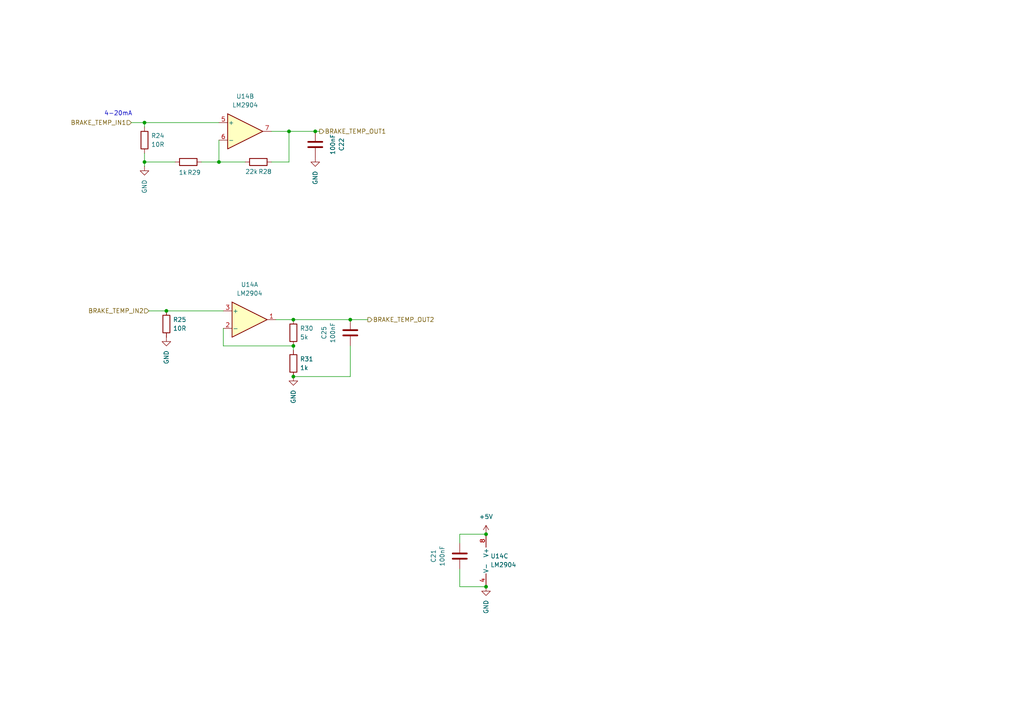
<source format=kicad_sch>
(kicad_sch (version 20250114) (generator "eeschema") (generator_version "9.0")
  (paper "A4")
  (lib_symbols
    (symbol "Amplifier_Operational:LM2904" (pin_names (offset 0.127))
      (property "Reference" "U" (at 0 5.08 0))
      (property "Value" "LM2904" (at 0 -5.08 0))
      (symbol "LM2904_1_1"
        (polyline (pts (xy -5.08 5.08) (xy 5.08 0) (xy -5.08 -5.08) (xy -5.08 5.08)) (stroke (width 0.254)) (fill (type background)))
        (pin input line (at -7.62 2.54 0) (length 2.54) (name "+") (number "3"))
        (pin input line (at -7.62 -2.54 0) (length 2.54) (name "-") (number "2"))
        (pin output line (at 7.62 0 180) (length 2.54) (name "~") (number "1"))
      )
      (symbol "LM2904_2_1"
        (polyline (pts (xy -5.08 5.08) (xy 5.08 0) (xy -5.08 -5.08) (xy -5.08 5.08)) (stroke (width 0.254)) (fill (type background)))
        (pin input line (at -7.62 2.54 0) (length 2.54) (name "+") (number "5"))
        (pin input line (at -7.62 -2.54 0) (length 2.54) (name "-") (number "6"))
        (pin output line (at 7.62 0 180) (length 2.54) (name "~") (number "7"))
      )
      (symbol "LM2904_3_1"
        (pin power_in line (at -2.54 7.62 270) (length 3.81) (name "V+") (number "8"))
        (pin power_in line (at -2.54 -7.62 90) (length 3.81) (name "V-") (number "4"))
      )
    )
    (symbol "Device:C" (pin_numbers (hide yes)) (pin_names (offset 0.254))
      (property "Reference" "C" (at 0.635 2.54 0))
      (property "Value" "C" (at 0.635 -2.54 0))
      (symbol "C_0_1"
        (polyline (pts (xy -2.032 0.762) (xy 2.032 0.762)) (stroke (width 0.508)))
        (polyline (pts (xy -2.032 -0.762) (xy 2.032 -0.762)) (stroke (width 0.508)))
      )
      (symbol "C_1_1"
        (pin passive line (at 0 3.81 270) (length 2.794) (name "~") (number "1"))
        (pin passive line (at 0 -3.81 90) (length 2.794) (name "~") (number "2"))
      )
    )
    (symbol "Device:R" (pin_numbers (hide yes)) (pin_names (offset 0))
      (property "Reference" "R" (at 2.032 0 90))
      (property "Value" "R" (at 0 0 90))
      (symbol "R_0_1"
        (rectangle (start -1.016 -2.54) (end 1.016 2.54) (stroke (width 0.254)))
      )
      (symbol "R_1_1"
        (pin passive line (at 0 3.81 270) (length 1.27) (name "~") (number "1"))
        (pin passive line (at 0 -3.81 90) (length 1.27) (name "~") (number "2"))
      )
    )
    (symbol "power:+5V" (power) (pin_numbers (hide yes)) (pin_names (offset 0) (hide yes))
      (property "Value" "+5V" (at 0 3.556 0))
      (symbol "+5V_0_1"
        (polyline (pts (xy -0.762 1.27) (xy 0 2.54)))
        (polyline (pts (xy 0 2.54) (xy 0.762 1.27)))
        (polyline (pts (xy 0 0) (xy 0 2.54)))
      )
      (symbol "+5V_1_1"
        (pin power_in line (at 0 0 90) (length 0) (name "~") (number "1"))
      )
    )
    (symbol "power:GND" (power) (pin_numbers (hide yes)) (pin_names (offset 0) (hide yes))
      (property "Value" "GND" (at 0 -3.81 0))
      (symbol "GND_0_1"
        (polyline (pts (xy 0 0) (xy 0 -1.27) (xy 1.27 -1.27) (xy 0 -2.54) (xy -1.27 -1.27) (xy 0 -1.27)))
      )
      (symbol "GND_1_1"
        (pin power_in line (at 0 0 270) (length 0) (name "~") (number "1"))
      )
    )
  )
  (text "4-20mA" (at 34.29 33.02 0) (effects (font (size 1.27 1.27))))
  (junction (at 91.44 38.1))
  (junction (at 83.82 38.1))
  (junction (at 85.09 100.33))
  (junction (at 85.09 92.71))
  (junction (at 85.09 109.22))
  (junction (at 41.91 35.56))
  (junction (at 140.97 154.94))
  (junction (at 41.91 46.99))
  (junction (at 63.5 46.99))
  (junction (at 48.26 90.17))
  (junction (at 140.97 170.18))
  (junction (at 101.6 92.71))
  (wire (pts (xy 48.26 90.17) (xy 64.77 90.17)))
  (wire (pts (xy 41.91 35.56) (xy 38.1 35.56)))
  (wire (pts (xy 83.82 38.1) (xy 78.74 38.1)))
  (wire (pts (xy 133.35 154.94) (xy 140.97 154.94)))
  (wire (pts (xy 133.35 170.18) (xy 140.97 170.18)))
  (wire (pts (xy 43.18 90.17) (xy 48.26 90.17)))
  (wire (pts (xy 133.35 157.48) (xy 133.35 154.94)))
  (wire (pts (xy 41.91 36.83) (xy 41.91 35.56)))
  (wire (pts (xy 133.35 165.1) (xy 133.35 170.18)))
  (wire (pts (xy 41.91 46.99) (xy 41.91 44.45)))
  (wire (pts (xy 85.09 100.33) (xy 85.09 101.6)))
  (wire (pts (xy 92.71 38.1) (xy 91.44 38.1)))
  (wire (pts (xy 50.8 46.99) (xy 41.91 46.99)))
  (wire (pts (xy 63.5 40.64) (xy 63.5 46.99)))
  (wire (pts (xy 85.09 100.33) (xy 64.77 100.33)))
  (wire (pts (xy 41.91 35.56) (xy 63.5 35.56)))
  (wire (pts (xy 64.77 100.33) (xy 64.77 95.25)))
  (wire (pts (xy 101.6 100.33) (xy 101.6 109.22)))
  (wire (pts (xy 58.42 46.99) (xy 63.5 46.99)))
  (wire (pts (xy 78.74 46.99) (xy 83.82 46.99)))
  (wire (pts (xy 63.5 46.99) (xy 71.12 46.99)))
  (wire (pts (xy 91.44 38.1) (xy 83.82 38.1)))
  (wire (pts (xy 85.09 92.71) (xy 80.01 92.71)))
  (wire (pts (xy 41.91 48.26) (xy 41.91 46.99)))
  (wire (pts (xy 85.09 92.71) (xy 101.6 92.71)))
  (wire (pts (xy 106.68 92.71) (xy 101.6 92.71)))
  (wire (pts (xy 83.82 38.1) (xy 83.82 46.99)))
  (wire (pts (xy 85.09 109.22) (xy 101.6 109.22)))
  (hierarchical_label "BRAKE_TEMP_IN1" (shape input) (at 38.1 35.56 180))
  (hierarchical_label "BRAKE_TEMP_OUT1" (shape output) (at 92.71 38.1 0))
  (hierarchical_label "BRAKE_TEMP_IN2" (shape input) (at 43.18 90.17 180))
  (hierarchical_label "BRAKE_TEMP_OUT2" (shape output) (at 106.68 92.71 0))
  (symbol (lib_id "Amplifier_Operational:LM2904") (at 143.51 162.56 0) (unit 3)
    (property "Reference" "U14" (at 142.24 161.2899 0) (effects (justify left)))
    (property "Value" "LM2904" (at 142.24 163.8299 0) (effects (justify left)))
    (property "Footprint" "RMC_SO:SOIC-8_3.9x4.9mm_P1.27mm_RMC_Handsolder" (effects (hide yes)))
    (property "Datasheet" "http://www.ti.com/lit/ds/symlink/lm358.pdf" (effects (hide yes)))
    (property "Description" "Dual Operational Amplifiers, DIP-8/SOIC-8/TSSOP-8/VSSOP-8" (effects (hide yes)))
  )
  (symbol (lib_id "power:GND") (at 41.91 48.26 0) (unit 1)
    (property "Reference" "#PWR062" (effects (hide yes)))
    (property "Value" "GND" (at 41.9101 52.07 90) (effects (justify right)))
    (property "Description" "Power symbol creates a global label with name \"GND\" , ground" (effects (hide yes)))
  )
  (symbol (lib_id "Device:R") (at 85.09 96.52 180) (unit 1)
    (property "Reference" "R30" (at 86.995 95.25 0) (effects (justify right)))
    (property "Value" "5k" (at 86.995 97.79 0) (effects (justify right)))
    (property "Footprint" "RMC_Resistor:R_0805_2012Metric_Pad1.20x1.40mm_HandSolder_L" (effects (hide yes)))
    (property "Description" "Resistor" (effects (hide yes)))
  )
  (symbol (lib_id "Device:C") (at 101.6 96.52 0) (unit 1)
    (property "Reference" "C25" (at 93.98 96.52 90))
    (property "Value" "100nF" (at 96.52 96.52 90))
    (property "Footprint" "RMC_Capacitor:C_0805_2012Metric_Pad1.18x1.45mm_HandSolder_L" (effects (hide yes)))
    (property "Description" "Unpolarized capacitor" (effects (hide yes)))
  )
  (symbol (lib_id "Device:R") (at 48.26 93.98 180) (unit 1)
    (property "Reference" "R25" (at 50.165 92.71 0) (effects (justify right)))
    (property "Value" "10R" (at 50.165 95.25 0) (effects (justify right)))
    (property "Footprint" "RMC_Resistor:R_1206_3216Metric_Pad1.30x1.75mm_HandSolder_RMC" (effects (hide yes)))
    (property "Description" "Resistor" (effects (hide yes)))
  )
  (symbol (lib_id "power:+5V") (at 140.97 154.94 0) (unit 1)
    (property "Reference" "#PWR030" (effects (hide yes)))
    (property "Value" "+5V" (at 140.97 149.86 0))
    (property "Description" "Power symbol creates a global label with name \"+5V\"" (effects (hide yes)))
  )
  (symbol (lib_id "power:GND") (at 140.97 170.18 0) (unit 1)
    (property "Reference" "#PWR067" (effects (hide yes)))
    (property "Value" "GND" (at 140.9701 173.99 90) (effects (justify right)))
    (property "Description" "Power symbol creates a global label with name \"GND\" , ground" (effects (hide yes)))
  )
  (symbol (lib_id "Device:R") (at 54.61 46.99 90) (unit 1)
    (property "Reference" "R29" (at 54.356 50.038 90) (effects (justify right)))
    (property "Value" "1k" (at 51.816 50.038 90) (effects (justify right)))
    (property "Footprint" "RMC_Resistor:R_0805_2012Metric_Pad1.20x1.40mm_HandSolder_L" (effects (hide yes)))
    (property "Description" "Resistor" (effects (hide yes)))
  )
  (symbol (lib_id "Amplifier_Operational:LM2904") (at 72.39 92.71 0) (unit 1)
    (property "Reference" "U14" (at 72.39 82.55 0))
    (property "Value" "LM2904" (at 72.39 85.09 0))
    (property "Footprint" "RMC_SO:SOIC-8_3.9x4.9mm_P1.27mm_RMC_Handsolder" (effects (hide yes)))
    (property "Datasheet" "http://www.ti.com/lit/ds/symlink/lm358.pdf" (effects (hide yes)))
    (property "Description" "Dual Operational Amplifiers, DIP-8/SOIC-8/TSSOP-8/VSSOP-8" (effects (hide yes)))
  )
  (symbol (lib_id "power:GND") (at 48.26 97.79 0) (unit 1)
    (property "Reference" "#PWR05" (effects (hide yes)))
    (property "Value" "GND" (at 48.2601 101.6 90) (effects (justify right)))
    (property "Description" "Power symbol creates a global label with name \"GND\" , ground" (effects (hide yes)))
  )
  (symbol (lib_id "Device:C") (at 91.44 41.91 0) (mirror y) (unit 1)
    (property "Reference" "C22" (at 99.06 41.91 90))
    (property "Value" "100nF" (at 96.52 41.91 90))
    (property "Footprint" "RMC_Capacitor:C_0805_2012Metric_Pad1.18x1.45mm_HandSolder_L" (effects (hide yes)))
    (property "Description" "Unpolarized capacitor" (effects (hide yes)))
  )
  (symbol (lib_id "power:GND") (at 85.09 109.22 0) (unit 1)
    (property "Reference" "#PWR069" (effects (hide yes)))
    (property "Value" "GND" (at 85.0901 113.03 90) (effects (justify right)))
    (property "Description" "Power symbol creates a global label with name \"GND\" , ground" (effects (hide yes)))
  )
  (symbol (lib_id "Device:R") (at 85.09 105.41 180) (unit 1)
    (property "Reference" "R31" (at 86.995 104.14 0) (effects (justify right)))
    (property "Value" "1k" (at 86.995 106.68 0) (effects (justify right)))
    (property "Footprint" "RMC_Resistor:R_0805_2012Metric_Pad1.20x1.40mm_HandSolder_L" (effects (hide yes)))
    (property "Description" "Resistor" (effects (hide yes)))
  )
  (symbol (lib_id "Device:R") (at 74.93 46.99 90) (unit 1)
    (property "Reference" "R28" (at 74.93 49.784 90) (effects (justify right)))
    (property "Value" "22k" (at 71.12 49.784 90) (effects (justify right)))
    (property "Footprint" "RMC_Resistor:R_0805_2012Metric_Pad1.20x1.40mm_HandSolder_L" (effects (hide yes)))
    (property "Description" "Resistor" (effects (hide yes)))
  )
  (symbol (lib_id "Device:R") (at 41.91 40.64 180) (unit 1)
    (property "Reference" "R24" (at 43.815 39.37 0) (effects (justify right)))
    (property "Value" "10R" (at 43.815 41.91 0) (effects (justify right)))
    (property "Footprint" "RMC_Resistor:R_1206_3216Metric_Pad1.30x1.75mm_HandSolder_RMC" (effects (hide yes)))
    (property "Description" "Resistor" (effects (hide yes)))
  )
  (symbol (lib_id "Device:C") (at 133.35 161.29 0) (unit 1)
    (property "Reference" "C21" (at 125.73 161.29 90))
    (property "Value" "100nF" (at 128.27 161.29 90))
    (property "Footprint" "RMC_Capacitor:C_0805_2012Metric_Pad1.18x1.45mm_HandSolder_L" (effects (hide yes)))
    (property "Description" "Unpolarized capacitor" (effects (hide yes)))
  )
  (symbol (lib_id "power:GND") (at 91.44 45.72 0) (unit 1)
    (property "Reference" "#PWR063" (effects (hide yes)))
    (property "Value" "GND" (at 91.4401 49.53 90) (effects (justify right)))
    (property "Description" "Power symbol creates a global label with name \"GND\" , ground" (effects (hide yes)))
  )
  (symbol (lib_id "Amplifier_Operational:LM2904") (at 71.12 38.1 0) (unit 2)
    (property "Reference" "U14" (at 71.12 27.94 0))
    (property "Value" "LM2904" (at 71.12 30.48 0))
    (property "Footprint" "RMC_SO:SOIC-8_3.9x4.9mm_P1.27mm_RMC_Handsolder" (effects (hide yes)))
    (property "Datasheet" "http://www.ti.com/lit/ds/symlink/lm358.pdf" (effects (hide yes)))
    (property "Description" "Dual Operational Amplifiers, DIP-8/SOIC-8/TSSOP-8/VSSOP-8" (effects (hide yes)))
  )
)
</source>
